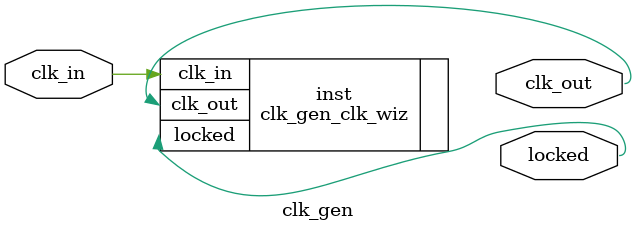
<source format=v>


`timescale 1ps/1ps

(* CORE_GENERATION_INFO = "clk_gen,clk_wiz_v6_0_11_0_0,{component_name=clk_gen,use_phase_alignment=true,use_min_o_jitter=false,use_max_i_jitter=false,use_dyn_phase_shift=false,use_inclk_switchover=false,use_dyn_reconfig=false,enable_axi=0,feedback_source=FDBK_AUTO,PRIMITIVE=MMCM,num_out_clk=1,clkin1_period=20.000,clkin2_period=10.0,use_power_down=false,use_reset=false,use_locked=true,use_inclk_stopped=false,feedback_type=SINGLE,CLOCK_MGR_TYPE=NA,manual_override=false}" *)

module clk_gen 
 (
  // Clock out ports
  output        clk_out,
  // Status and control signals
  output        locked,
 // Clock in ports
  input         clk_in
 );

  clk_gen_clk_wiz inst
  (
  // Clock out ports  
  .clk_out(clk_out),
  // Status and control signals               
  .locked(locked),
 // Clock in ports
  .clk_in(clk_in)
  );

endmodule

</source>
